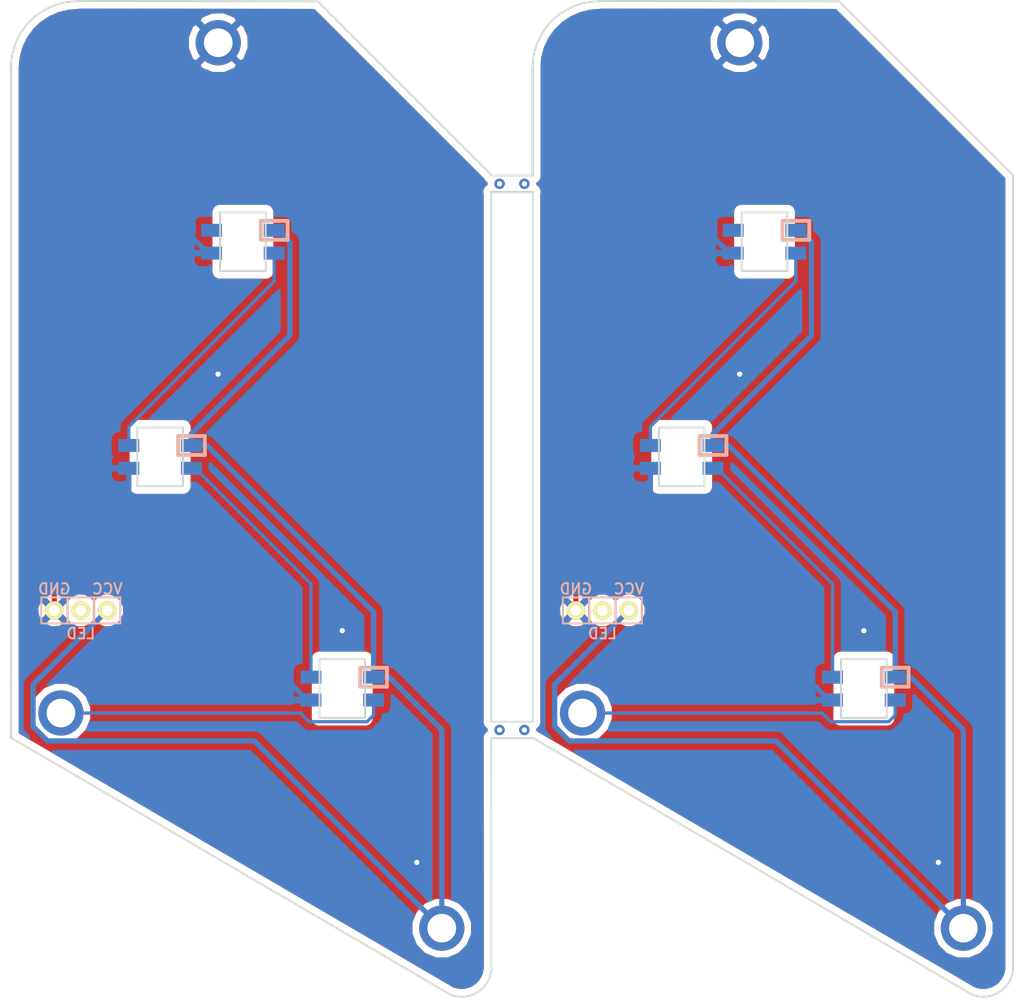
<source format=kicad_pcb>
(kicad_pcb (version 20171130) (host pcbnew 5.0.2-bee76a0~70~ubuntu18.04.1)

  (general
    (thickness 1.6)
    (drawings 22)
    (tracks 96)
    (zones 0)
    (modules 18)
    (nets 7)
  )

  (page A4)
  (layers
    (0 F.Cu signal)
    (31 B.Cu signal)
    (32 B.Adhes user)
    (33 F.Adhes user)
    (34 B.Paste user)
    (35 F.Paste user)
    (36 B.SilkS user)
    (37 F.SilkS user)
    (38 B.Mask user)
    (39 F.Mask user hide)
    (40 Dwgs.User user)
    (41 Cmts.User user)
    (42 Eco1.User user)
    (43 Eco2.User user)
    (44 Edge.Cuts user)
    (45 Margin user)
    (46 B.CrtYd user)
    (47 F.CrtYd user)
    (48 B.Fab user)
    (49 F.Fab user)
  )

  (setup
    (last_trace_width 0.25)
    (trace_clearance 0.2)
    (zone_clearance 0.508)
    (zone_45_only no)
    (trace_min 0.2)
    (segment_width 0.2)
    (edge_width 0.15)
    (via_size 0.8)
    (via_drill 0.4)
    (via_min_size 0.4)
    (via_min_drill 0.3)
    (uvia_size 0.3)
    (uvia_drill 0.1)
    (uvias_allowed no)
    (uvia_min_size 0.2)
    (uvia_min_drill 0.1)
    (pcb_text_width 0.3)
    (pcb_text_size 1.5 1.5)
    (mod_edge_width 0.15)
    (mod_text_size 1 1)
    (mod_text_width 0.15)
    (pad_size 1.397 1.397)
    (pad_drill 0.8128)
    (pad_to_mask_clearance 0.051)
    (solder_mask_min_width 0.25)
    (aux_axis_origin 0 0)
    (grid_origin 135.255 20.955)
    (visible_elements FFFFFFFF)
    (pcbplotparams
      (layerselection 0x010fc_ffffffff)
      (usegerberextensions true)
      (usegerberattributes false)
      (usegerberadvancedattributes false)
      (creategerberjobfile false)
      (excludeedgelayer true)
      (linewidth 0.100000)
      (plotframeref false)
      (viasonmask false)
      (mode 1)
      (useauxorigin false)
      (hpglpennumber 1)
      (hpglpenspeed 20)
      (hpglpendiameter 15.000000)
      (psnegative false)
      (psa4output false)
      (plotreference true)
      (plotvalue true)
      (plotinvisibletext false)
      (padsonsilk false)
      (subtractmaskfromsilk false)
      (outputformat 1)
      (mirror false)
      (drillshape 0)
      (scaleselection 1)
      (outputdirectory "gerber"))
  )

  (net 0 "")
  (net 1 VCC)
  (net 2 LED)
  (net 3 "Net-(L1-Pad1)")
  (net 4 GND)
  (net 5 "Net-(L2-Pad1)")
  (net 6 "Net-(L3-Pad1)")

  (net_class Default "これはデフォルトのネット クラスです。"
    (clearance 0.2)
    (trace_width 0.25)
    (via_dia 0.8)
    (via_drill 0.4)
    (uvia_dia 0.3)
    (uvia_drill 0.1)
    (add_net LED)
    (add_net "Net-(L1-Pad1)")
    (add_net "Net-(L2-Pad1)")
    (add_net "Net-(L3-Pad1)")
  )

  (net_class POWER ""
    (clearance 0.2)
    (trace_width 0.4)
    (via_dia 0.8)
    (via_drill 0.4)
    (uvia_dia 0.3)
    (uvia_drill 0.1)
    (add_net GND)
    (add_net VCC)
  )

  (module keebio_parts:SolidCopper (layer B.Cu) (tedit 5D011483) (tstamp 5D03CFD7)
    (at 93.358213 92.04573 180)
    (descr "Mounting Hole 2.2mm, M2")
    (tags "mounting hole 2.2mm m2")
    (path /5CF4ED45)
    (fp_text reference J4 (at 0 3.2 180) (layer B.SilkS) hide
      (effects (font (size 1 1) (thickness 0.15)) (justify mirror))
    )
    (fp_text value Conn_01x01 (at 0 1.905 180) (layer B.Fab)
      (effects (font (size 1 1) (thickness 0.15)) (justify mirror))
    )
    (fp_circle (center 0 0) (end 2.45 0) (layer B.CrtYd) (width 0.05))
    (fp_circle (center 0 0) (end 2.2 0) (layer Cmts.User) (width 0.15))
    (pad 1 thru_hole circle (at 0 0 180) (size 3.47 3.47) (drill 2.2) (layers *.Cu *.Mask)
      (net 1 VCC))
  )

  (module kbd:SK6812MINI (layer F.Cu) (tedit 5D010600) (tstamp 5D03CFAB)
    (at 78.105 39.37)
    (path /5CEE2FA1)
    (fp_text reference L3 (at 0 -2.5) (layer F.SilkS) hide
      (effects (font (size 1 1) (thickness 0.15)))
    )
    (fp_text value SK6812MINI (at -0.3 0) (layer F.Fab) hide
      (effects (font (size 1 1) (thickness 0.15)))
    )
    (fp_line (start 1.38 -1.6) (end 3.43 -1.6) (layer B.SilkS) (width 0.3))
    (fp_line (start 1.38 -0.15) (end 1.38 -1.6) (layer B.SilkS) (width 0.3))
    (fp_line (start 3.43 -0.15) (end 1.38 -0.15) (layer B.SilkS) (width 0.3))
    (fp_line (start 3.43 -1.6) (end 3.43 -0.15) (layer B.SilkS) (width 0.3))
    (fp_line (start 1.75 2.25) (end -1.75 2.25) (layer Edge.Cuts) (width 0.15))
    (fp_line (start -1.75 -2.25) (end 1.75 -2.25) (layer Edge.Cuts) (width 0.15))
    (fp_line (start 1.75 -2.25) (end 1.75 2.25) (layer Edge.Cuts) (width 0.15))
    (fp_line (start -1.75 -2.25) (end -1.75 2.25) (layer Edge.Cuts) (width 0.15))
    (pad 3 smd rect (at 2.4 0.875) (size 1.6 1) (layers B.Cu B.Paste B.Mask)
      (net 5 "Net-(L2-Pad1)"))
    (pad 4 smd rect (at 2.4 -0.875) (size 1.6 1) (layers B.Cu B.Paste B.Mask)
      (net 1 VCC))
    (pad 1 smd rect (at -2.4 -0.875) (size 1.6 1) (layers B.Cu B.Paste B.Mask)
      (net 6 "Net-(L3-Pad1)"))
    (pad 2 smd rect (at -2.4 0.875) (size 1.6 1) (layers B.Cu B.Paste B.Mask)
      (net 4 GND))
  )

  (module kbd:SK6812MINI (layer F.Cu) (tedit 5D010600) (tstamp 5D03CF9C)
    (at 71.755 55.88)
    (path /5CEE27B9)
    (fp_text reference L2 (at 0 -2.5) (layer F.SilkS) hide
      (effects (font (size 1 1) (thickness 0.15)))
    )
    (fp_text value SK6812MINI (at -0.3 0) (layer F.Fab) hide
      (effects (font (size 1 1) (thickness 0.15)))
    )
    (fp_line (start 1.38 -1.6) (end 3.43 -1.6) (layer B.SilkS) (width 0.3))
    (fp_line (start 1.38 -0.15) (end 1.38 -1.6) (layer B.SilkS) (width 0.3))
    (fp_line (start 3.43 -0.15) (end 1.38 -0.15) (layer B.SilkS) (width 0.3))
    (fp_line (start 3.43 -1.6) (end 3.43 -0.15) (layer B.SilkS) (width 0.3))
    (fp_line (start 1.75 2.25) (end -1.75 2.25) (layer Edge.Cuts) (width 0.15))
    (fp_line (start -1.75 -2.25) (end 1.75 -2.25) (layer Edge.Cuts) (width 0.15))
    (fp_line (start 1.75 -2.25) (end 1.75 2.25) (layer Edge.Cuts) (width 0.15))
    (fp_line (start -1.75 -2.25) (end -1.75 2.25) (layer Edge.Cuts) (width 0.15))
    (pad 3 smd rect (at 2.4 0.875) (size 1.6 1) (layers B.Cu B.Paste B.Mask)
      (net 3 "Net-(L1-Pad1)"))
    (pad 4 smd rect (at 2.4 -0.875) (size 1.6 1) (layers B.Cu B.Paste B.Mask)
      (net 1 VCC))
    (pad 1 smd rect (at -2.4 -0.875) (size 1.6 1) (layers B.Cu B.Paste B.Mask)
      (net 5 "Net-(L2-Pad1)"))
    (pad 2 smd rect (at -2.4 0.875) (size 1.6 1) (layers B.Cu B.Paste B.Mask)
      (net 4 GND))
  )

  (module kbd:SK6812MINI (layer F.Cu) (tedit 5D01150F) (tstamp 5D03CF8D)
    (at 85.725 73.66)
    (path /5CEE264F)
    (fp_text reference L1 (at 0 -2.5) (layer F.SilkS) hide
      (effects (font (size 1 1) (thickness 0.15)))
    )
    (fp_text value SK6812MINI (at -0.3 0) (layer F.Fab) hide
      (effects (font (size 1 1) (thickness 0.15)))
    )
    (fp_line (start 1.38 -1.6) (end 3.43 -1.6) (layer B.SilkS) (width 0.3))
    (fp_line (start 1.38 -0.15) (end 1.38 -1.6) (layer B.SilkS) (width 0.3))
    (fp_line (start 3.43 -0.15) (end 1.38 -0.15) (layer B.SilkS) (width 0.3))
    (fp_line (start 3.43 -1.6) (end 3.43 -0.15) (layer B.SilkS) (width 0.3))
    (fp_line (start 1.75 2.25) (end -1.75 2.25) (layer Edge.Cuts) (width 0.15))
    (fp_line (start -1.75 -2.25) (end 1.75 -2.25) (layer Edge.Cuts) (width 0.15))
    (fp_line (start 1.75 -2.25) (end 1.75 2.25) (layer Edge.Cuts) (width 0.15))
    (fp_line (start -1.75 -2.25) (end -1.75 2.25) (layer Edge.Cuts) (width 0.15))
    (pad 3 smd rect (at 2.4 0.875) (size 1.6 1) (layers B.Cu B.Paste B.Mask)
      (net 2 LED))
    (pad 4 smd rect (at 2.4 -0.875) (size 1.6 1) (layers B.Cu B.Paste B.Mask)
      (net 1 VCC))
    (pad 1 smd rect (at -2.4 -0.875) (size 1.6 1) (layers B.Cu B.Paste B.Mask)
      (net 3 "Net-(L1-Pad1)"))
    (pad 2 smd rect (at -2.4 0.875) (size 1.6 1) (layers B.Cu B.Paste B.Mask)
      (net 4 GND))
  )

  (module keebio_parts:SolidCopper (layer B.Cu) (tedit 5D011495) (tstamp 5D03CF7F)
    (at 76.213213 24.10073 180)
    (descr "Mounting Hole 2.2mm, M2")
    (tags "mounting hole 2.2mm m2")
    (path /5CF48BCC)
    (fp_text reference J5 (at 0 3.2 180) (layer B.SilkS) hide
      (effects (font (size 1 1) (thickness 0.15)) (justify mirror))
    )
    (fp_text value Conn_01x01 (at 0 -3.2 180) (layer B.Fab)
      (effects (font (size 1 1) (thickness 0.15)) (justify mirror))
    )
    (fp_circle (center 0 0) (end 2.45 0) (layer B.CrtYd) (width 0.05))
    (fp_circle (center 0 0) (end 2.2 0) (layer Cmts.User) (width 0.15))
    (pad 1 thru_hole circle (at 0 0 180) (size 3.47 3.47) (drill 2.2) (layers *.Cu *.Mask)
      (net 4 GND))
  )

  (module keebio_parts:SolidCopper (layer B.Cu) (tedit 5D01148D) (tstamp 5D03CF79)
    (at 64.148213 75.53573 180)
    (descr "Mounting Hole 2.2mm, M2")
    (tags "mounting hole 2.2mm m2")
    (path /5CF2363A)
    (fp_text reference J3 (at 0 3.2 180) (layer B.SilkS) hide
      (effects (font (size 1 1) (thickness 0.15)) (justify mirror))
    )
    (fp_text value Conn_01x01 (at 0 -3.2 180) (layer B.Fab)
      (effects (font (size 1 1) (thickness 0.15)) (justify mirror))
    )
    (fp_circle (center 0 0) (end 2.2 0) (layer Cmts.User) (width 0.15))
    (fp_circle (center 0 0) (end 2.45 0) (layer B.CrtYd) (width 0.05))
    (pad "" thru_hole circle (at 0 0 180) (size 3.47 3.47) (drill 2.2) (layers *.Cu *.Mask)
      (net 2 LED))
  )

  (module kbd:1pin_conn_back (layer F.Cu) (tedit 5D0114AE) (tstamp 5D03CF62)
    (at 65.672213 67.66173 180)
    (descr "Resitance 3 pas")
    (tags R)
    (autoplace_cost180 10)
    (fp_text reference LED (at 0 -1.778) (layer B.SilkS)
      (effects (font (size 0.8128 0.8128) (thickness 0.15)) (justify mirror))
    )
    (fp_text value Val** (at 0 -1.4605 180) (layer F.Fab) hide
      (effects (font (size 0.5 0.5) (thickness 0.125)))
    )
    (fp_line (start -1 -1) (end 1 -1) (layer B.SilkS) (width 0.15))
    (fp_line (start 1 -1) (end 1 1) (layer B.SilkS) (width 0.15))
    (fp_line (start 1 1) (end -1 1) (layer B.SilkS) (width 0.15))
    (fp_line (start -1 1) (end -1 -1) (layer B.SilkS) (width 0.15))
    (pad 1 thru_hole circle (at 0 0 180) (size 1.397 1.397) (drill 0.8128) (layers *.Cu *.Mask F.SilkS)
      (net 2 LED))
    (model discret/resistor.wrl
      (at (xyz 0 0 0))
      (scale (xyz 0.3 0.3 0.3))
      (rotate (xyz 0 0 0))
    )
    (model Resistors_ThroughHole.3dshapes/Resistor_Horizontal_RM10mm.wrl
      (at (xyz 0 0 0))
      (scale (xyz 0.2 0.2 0.2))
      (rotate (xyz 0 0 0))
    )
  )

  (module kbd:1pin_conn_back (layer F.Cu) (tedit 5D0114B5) (tstamp 5D03CF5A)
    (at 67.704213 67.66173 180)
    (descr "Resitance 3 pas")
    (tags R)
    (autoplace_cost180 10)
    (fp_text reference VCC (at 0 1.651) (layer B.SilkS)
      (effects (font (size 0.8128 0.8128) (thickness 0.15)) (justify mirror))
    )
    (fp_text value Val** (at 0 -1.4605 180) (layer F.Fab) hide
      (effects (font (size 0.5 0.5) (thickness 0.125)))
    )
    (fp_line (start -1 -1) (end 1 -1) (layer B.SilkS) (width 0.15))
    (fp_line (start 1 -1) (end 1 1) (layer B.SilkS) (width 0.15))
    (fp_line (start 1 1) (end -1 1) (layer B.SilkS) (width 0.15))
    (fp_line (start -1 1) (end -1 -1) (layer B.SilkS) (width 0.15))
    (pad 1 thru_hole circle (at 0 0 180) (size 1.397 1.397) (drill 0.8128) (layers *.Cu *.Mask F.SilkS)
      (net 1 VCC))
    (model discret/resistor.wrl
      (at (xyz 0 0 0))
      (scale (xyz 0.3 0.3 0.3))
      (rotate (xyz 0 0 0))
    )
    (model Resistors_ThroughHole.3dshapes/Resistor_Horizontal_RM10mm.wrl
      (at (xyz 0 0 0))
      (scale (xyz 0.2 0.2 0.2))
      (rotate (xyz 0 0 0))
    )
  )

  (module kbd:1pin_conn_back (layer F.Cu) (tedit 5D0114A8) (tstamp 5D03CF52)
    (at 63.640213 67.66173 180)
    (descr "Resitance 3 pas")
    (tags R)
    (autoplace_cost180 10)
    (fp_text reference GND (at 0 1.651) (layer B.SilkS)
      (effects (font (size 0.8128 0.8128) (thickness 0.15)) (justify mirror))
    )
    (fp_text value Val** (at 0 -1.4605 180) (layer F.Fab) hide
      (effects (font (size 0.5 0.5) (thickness 0.125)))
    )
    (fp_line (start -1 -1) (end 1 -1) (layer B.SilkS) (width 0.15))
    (fp_line (start 1 -1) (end 1 1) (layer B.SilkS) (width 0.15))
    (fp_line (start 1 1) (end -1 1) (layer B.SilkS) (width 0.15))
    (fp_line (start -1 1) (end -1 -1) (layer B.SilkS) (width 0.15))
    (pad 1 thru_hole circle (at 0 0 180) (size 1.397 1.397) (drill 0.8128) (layers *.Cu *.Mask F.SilkS)
      (net 4 GND))
    (model discret/resistor.wrl
      (at (xyz 0 0 0))
      (scale (xyz 0.3 0.3 0.3))
      (rotate (xyz 0 0 0))
    )
    (model Resistors_ThroughHole.3dshapes/Resistor_Horizontal_RM10mm.wrl
      (at (xyz 0 0 0))
      (scale (xyz 0.2 0.2 0.2))
      (rotate (xyz 0 0 0))
    )
  )

  (module kbd:SK6812MINI (layer F.Cu) (tedit 5D010600) (tstamp 5D04C00C)
    (at 118.11 39.37)
    (path /5CEE2FA1)
    (fp_text reference L3 (at 0 -2.5) (layer F.SilkS) hide
      (effects (font (size 1 1) (thickness 0.15)))
    )
    (fp_text value SK6812MINI (at -0.3 0) (layer F.Fab) hide
      (effects (font (size 1 1) (thickness 0.15)))
    )
    (fp_line (start -1.75 -2.25) (end -1.75 2.25) (layer Edge.Cuts) (width 0.15))
    (fp_line (start 1.75 -2.25) (end 1.75 2.25) (layer Edge.Cuts) (width 0.15))
    (fp_line (start -1.75 -2.25) (end 1.75 -2.25) (layer Edge.Cuts) (width 0.15))
    (fp_line (start 1.75 2.25) (end -1.75 2.25) (layer Edge.Cuts) (width 0.15))
    (fp_line (start 3.43 -1.6) (end 3.43 -0.15) (layer B.SilkS) (width 0.3))
    (fp_line (start 3.43 -0.15) (end 1.38 -0.15) (layer B.SilkS) (width 0.3))
    (fp_line (start 1.38 -0.15) (end 1.38 -1.6) (layer B.SilkS) (width 0.3))
    (fp_line (start 1.38 -1.6) (end 3.43 -1.6) (layer B.SilkS) (width 0.3))
    (pad 2 smd rect (at -2.4 0.875) (size 1.6 1) (layers B.Cu B.Paste B.Mask)
      (net 4 GND))
    (pad 1 smd rect (at -2.4 -0.875) (size 1.6 1) (layers B.Cu B.Paste B.Mask)
      (net 6 "Net-(L3-Pad1)"))
    (pad 4 smd rect (at 2.4 -0.875) (size 1.6 1) (layers B.Cu B.Paste B.Mask)
      (net 1 VCC))
    (pad 3 smd rect (at 2.4 0.875) (size 1.6 1) (layers B.Cu B.Paste B.Mask)
      (net 5 "Net-(L2-Pad1)"))
  )

  (module kbd:SK6812MINI (layer F.Cu) (tedit 5D010600) (tstamp 5D04BFE7)
    (at 111.76 55.88)
    (path /5CEE27B9)
    (fp_text reference L2 (at 0 -2.5) (layer F.SilkS) hide
      (effects (font (size 1 1) (thickness 0.15)))
    )
    (fp_text value SK6812MINI (at -0.3 0) (layer F.Fab) hide
      (effects (font (size 1 1) (thickness 0.15)))
    )
    (fp_line (start -1.75 -2.25) (end -1.75 2.25) (layer Edge.Cuts) (width 0.15))
    (fp_line (start 1.75 -2.25) (end 1.75 2.25) (layer Edge.Cuts) (width 0.15))
    (fp_line (start -1.75 -2.25) (end 1.75 -2.25) (layer Edge.Cuts) (width 0.15))
    (fp_line (start 1.75 2.25) (end -1.75 2.25) (layer Edge.Cuts) (width 0.15))
    (fp_line (start 3.43 -1.6) (end 3.43 -0.15) (layer B.SilkS) (width 0.3))
    (fp_line (start 3.43 -0.15) (end 1.38 -0.15) (layer B.SilkS) (width 0.3))
    (fp_line (start 1.38 -0.15) (end 1.38 -1.6) (layer B.SilkS) (width 0.3))
    (fp_line (start 1.38 -1.6) (end 3.43 -1.6) (layer B.SilkS) (width 0.3))
    (pad 2 smd rect (at -2.4 0.875) (size 1.6 1) (layers B.Cu B.Paste B.Mask)
      (net 4 GND))
    (pad 1 smd rect (at -2.4 -0.875) (size 1.6 1) (layers B.Cu B.Paste B.Mask)
      (net 5 "Net-(L2-Pad1)"))
    (pad 4 smd rect (at 2.4 -0.875) (size 1.6 1) (layers B.Cu B.Paste B.Mask)
      (net 1 VCC))
    (pad 3 smd rect (at 2.4 0.875) (size 1.6 1) (layers B.Cu B.Paste B.Mask)
      (net 3 "Net-(L1-Pad1)"))
  )

  (module kbd:SK6812MINI (layer F.Cu) (tedit 5D01150F) (tstamp 5D04BFA1)
    (at 125.73 73.66)
    (path /5CEE264F)
    (fp_text reference L1 (at 0 -2.5) (layer F.SilkS) hide
      (effects (font (size 1 1) (thickness 0.15)))
    )
    (fp_text value SK6812MINI (at -0.3 0) (layer F.Fab) hide
      (effects (font (size 1 1) (thickness 0.15)))
    )
    (fp_line (start -1.75 -2.25) (end -1.75 2.25) (layer Edge.Cuts) (width 0.15))
    (fp_line (start 1.75 -2.25) (end 1.75 2.25) (layer Edge.Cuts) (width 0.15))
    (fp_line (start -1.75 -2.25) (end 1.75 -2.25) (layer Edge.Cuts) (width 0.15))
    (fp_line (start 1.75 2.25) (end -1.75 2.25) (layer Edge.Cuts) (width 0.15))
    (fp_line (start 3.43 -1.6) (end 3.43 -0.15) (layer B.SilkS) (width 0.3))
    (fp_line (start 3.43 -0.15) (end 1.38 -0.15) (layer B.SilkS) (width 0.3))
    (fp_line (start 1.38 -0.15) (end 1.38 -1.6) (layer B.SilkS) (width 0.3))
    (fp_line (start 1.38 -1.6) (end 3.43 -1.6) (layer B.SilkS) (width 0.3))
    (pad 2 smd rect (at -2.4 0.875) (size 1.6 1) (layers B.Cu B.Paste B.Mask)
      (net 4 GND))
    (pad 1 smd rect (at -2.4 -0.875) (size 1.6 1) (layers B.Cu B.Paste B.Mask)
      (net 3 "Net-(L1-Pad1)"))
    (pad 4 smd rect (at 2.4 -0.875) (size 1.6 1) (layers B.Cu B.Paste B.Mask)
      (net 1 VCC))
    (pad 3 smd rect (at 2.4 0.875) (size 1.6 1) (layers B.Cu B.Paste B.Mask)
      (net 2 LED))
  )

  (module kbd:1pin_conn_back (layer F.Cu) (tedit 5D0114AE) (tstamp 5D04B3AA)
    (at 105.677213 67.66173 180)
    (descr "Resitance 3 pas")
    (tags R)
    (autoplace_cost180 10)
    (fp_text reference LED (at 0 -1.778) (layer B.SilkS)
      (effects (font (size 0.8128 0.8128) (thickness 0.15)) (justify mirror))
    )
    (fp_text value Val** (at 0 -1.4605 180) (layer F.Fab) hide
      (effects (font (size 0.5 0.5) (thickness 0.125)))
    )
    (fp_line (start -1 1) (end -1 -1) (layer B.SilkS) (width 0.15))
    (fp_line (start 1 1) (end -1 1) (layer B.SilkS) (width 0.15))
    (fp_line (start 1 -1) (end 1 1) (layer B.SilkS) (width 0.15))
    (fp_line (start -1 -1) (end 1 -1) (layer B.SilkS) (width 0.15))
    (pad 1 thru_hole circle (at 0 0 180) (size 1.397 1.397) (drill 0.8128) (layers *.Cu *.Mask F.SilkS)
      (net 2 LED))
    (model discret/resistor.wrl
      (at (xyz 0 0 0))
      (scale (xyz 0.3 0.3 0.3))
      (rotate (xyz 0 0 0))
    )
    (model Resistors_ThroughHole.3dshapes/Resistor_Horizontal_RM10mm.wrl
      (at (xyz 0 0 0))
      (scale (xyz 0.2 0.2 0.2))
      (rotate (xyz 0 0 0))
    )
  )

  (module kbd:1pin_conn_back (layer F.Cu) (tedit 5D0114B5) (tstamp 5D04B36C)
    (at 107.709213 67.66173 180)
    (descr "Resitance 3 pas")
    (tags R)
    (autoplace_cost180 10)
    (fp_text reference VCC (at 0 1.651) (layer B.SilkS)
      (effects (font (size 0.8128 0.8128) (thickness 0.15)) (justify mirror))
    )
    (fp_text value Val** (at 0 -1.4605 180) (layer F.Fab) hide
      (effects (font (size 0.5 0.5) (thickness 0.125)))
    )
    (fp_line (start -1 1) (end -1 -1) (layer B.SilkS) (width 0.15))
    (fp_line (start 1 1) (end -1 1) (layer B.SilkS) (width 0.15))
    (fp_line (start 1 -1) (end 1 1) (layer B.SilkS) (width 0.15))
    (fp_line (start -1 -1) (end 1 -1) (layer B.SilkS) (width 0.15))
    (pad 1 thru_hole circle (at 0 0 180) (size 1.397 1.397) (drill 0.8128) (layers *.Cu *.Mask F.SilkS)
      (net 1 VCC))
    (model discret/resistor.wrl
      (at (xyz 0 0 0))
      (scale (xyz 0.3 0.3 0.3))
      (rotate (xyz 0 0 0))
    )
    (model Resistors_ThroughHole.3dshapes/Resistor_Horizontal_RM10mm.wrl
      (at (xyz 0 0 0))
      (scale (xyz 0.2 0.2 0.2))
      (rotate (xyz 0 0 0))
    )
  )

  (module kbd:1pin_conn_back (layer F.Cu) (tedit 5D0114A8) (tstamp 5D04B364)
    (at 103.645213 67.66173 180)
    (descr "Resitance 3 pas")
    (tags R)
    (autoplace_cost180 10)
    (fp_text reference GND (at 0 1.651) (layer B.SilkS)
      (effects (font (size 0.8128 0.8128) (thickness 0.15)) (justify mirror))
    )
    (fp_text value Val** (at 0 -1.4605 180) (layer F.Fab) hide
      (effects (font (size 0.5 0.5) (thickness 0.125)))
    )
    (fp_line (start -1 1) (end -1 -1) (layer B.SilkS) (width 0.15))
    (fp_line (start 1 1) (end -1 1) (layer B.SilkS) (width 0.15))
    (fp_line (start 1 -1) (end 1 1) (layer B.SilkS) (width 0.15))
    (fp_line (start -1 -1) (end 1 -1) (layer B.SilkS) (width 0.15))
    (pad 1 thru_hole circle (at 0 0 180) (size 1.397 1.397) (drill 0.8128) (layers *.Cu *.Mask F.SilkS)
      (net 4 GND))
    (model discret/resistor.wrl
      (at (xyz 0 0 0))
      (scale (xyz 0.3 0.3 0.3))
      (rotate (xyz 0 0 0))
    )
    (model Resistors_ThroughHole.3dshapes/Resistor_Horizontal_RM10mm.wrl
      (at (xyz 0 0 0))
      (scale (xyz 0.2 0.2 0.2))
      (rotate (xyz 0 0 0))
    )
  )

  (module keebio_parts:SolidCopper (layer B.Cu) (tedit 5D011483) (tstamp 5D04B341)
    (at 133.363213 92.04573 180)
    (descr "Mounting Hole 2.2mm, M2")
    (tags "mounting hole 2.2mm m2")
    (path /5CF4ED45)
    (fp_text reference J4 (at 0 3.2 180) (layer B.SilkS) hide
      (effects (font (size 1 1) (thickness 0.15)) (justify mirror))
    )
    (fp_text value Conn_01x01 (at 0 1.905 180) (layer B.Fab)
      (effects (font (size 1 1) (thickness 0.15)) (justify mirror))
    )
    (fp_circle (center 0 0) (end 2.2 0) (layer Cmts.User) (width 0.15))
    (fp_circle (center 0 0) (end 2.45 0) (layer B.CrtYd) (width 0.05))
    (pad 1 thru_hole circle (at 0 0 180) (size 3.47 3.47) (drill 2.2) (layers *.Cu *.Mask)
      (net 1 VCC))
  )

  (module keebio_parts:SolidCopper (layer B.Cu) (tedit 5D011495) (tstamp 5D04B33A)
    (at 116.218213 24.10073 180)
    (descr "Mounting Hole 2.2mm, M2")
    (tags "mounting hole 2.2mm m2")
    (path /5CF48BCC)
    (fp_text reference J5 (at 0 3.2 180) (layer B.SilkS) hide
      (effects (font (size 1 1) (thickness 0.15)) (justify mirror))
    )
    (fp_text value Conn_01x01 (at 0 -3.2 180) (layer B.Fab)
      (effects (font (size 1 1) (thickness 0.15)) (justify mirror))
    )
    (fp_circle (center 0 0) (end 2.2 0) (layer Cmts.User) (width 0.15))
    (fp_circle (center 0 0) (end 2.45 0) (layer B.CrtYd) (width 0.05))
    (pad 1 thru_hole circle (at 0 0 180) (size 3.47 3.47) (drill 2.2) (layers *.Cu *.Mask)
      (net 4 GND))
  )

  (module keebio_parts:SolidCopper (layer B.Cu) (tedit 5D01148D) (tstamp 5D04B32E)
    (at 104.153213 75.53573 180)
    (descr "Mounting Hole 2.2mm, M2")
    (tags "mounting hole 2.2mm m2")
    (path /5CF2363A)
    (fp_text reference J3 (at 0 3.2 180) (layer B.SilkS) hide
      (effects (font (size 1 1) (thickness 0.15)) (justify mirror))
    )
    (fp_text value Conn_01x01 (at 0 -3.2 180) (layer B.Fab)
      (effects (font (size 1 1) (thickness 0.15)) (justify mirror))
    )
    (fp_circle (center 0 0) (end 2.45 0) (layer B.CrtYd) (width 0.05))
    (fp_circle (center 0 0) (end 2.2 0) (layer Cmts.User) (width 0.15))
    (pad "" thru_hole circle (at 0 0 180) (size 3.47 3.47) (drill 2.2) (layers *.Cu *.Mask)
      (net 2 LED))
  )

  (gr_poly (pts (xy 60.325 77.47) (xy 60.325 20.955) (xy 83.82 20.955) (xy 97.155 34.29) (xy 97.155 99.06)) (layer F.Mask) (width 0.15) (tstamp 5D03D1C8))
  (gr_line (start 97.155 35.56) (end 97.155 76.2) (layer Edge.Cuts) (width 0.15) (tstamp 5D03D0B4))
  (gr_line (start 97.168213 95.22073) (end 97.155 77.47) (layer Edge.Cuts) (width 0.15) (tstamp 5D03CF6F))
  (gr_line (start 60.325 77.47) (end 60.325 26.035) (layer Edge.Cuts) (width 0.15) (tstamp 5D03CF6E))
  (gr_line (start 65.418213 20.89646) (end 83.833213 20.92573) (layer Edge.Cuts) (width 0.15) (tstamp 5D03CF6D))
  (gr_arc (start 65.405 26.00573) (end 60.325 26.00573) (angle 90) (layer Edge.Cuts) (width 0.15) (tstamp 5D03CF6C))
  (gr_line (start 97.168213 34.26073) (end 83.833213 20.92573) (layer Edge.Cuts) (width 0.15) (tstamp 5D03CF6B))
  (gr_line (start 93.993213 97.12573) (end 60.338213 77.44073) (layer Edge.Cuts) (width 0.15) (tstamp 5D03CF6A))
  (gr_arc (start 94.877786 95.005776) (end 97.168213 95.22073) (angle 107.2874165) (layer Edge.Cuts) (width 0.15) (tstamp 5D03CF51))
  (gr_poly (pts (xy 100.33 77.47) (xy 100.33 20.955) (xy 123.825 20.955) (xy 137.16 34.29) (xy 137.16 99.06)) (layer F.Mask) (width 0.15))
  (gr_line (start 97.155 76.2) (end 100.33 76.2) (layer Edge.Cuts) (width 0.15))
  (gr_line (start 100.33 77.47) (end 97.155 77.47) (layer Edge.Cuts) (width 0.15))
  (gr_line (start 100.33 35.56) (end 97.155 35.56) (layer Edge.Cuts) (width 0.2))
  (gr_line (start 100.33 34.29) (end 100.33 26.035) (layer Edge.Cuts) (width 0.2))
  (gr_arc (start 134.882786 95.005776) (end 137.173213 95.22073) (angle 107.2874165) (layer Edge.Cuts) (width 0.15) (tstamp 5D04B3BB))
  (gr_line (start 133.998213 97.12573) (end 100.343213 77.44073) (layer Edge.Cuts) (width 0.15) (tstamp 5D04B35A))
  (gr_line (start 137.173213 34.26073) (end 123.838213 20.92573) (layer Edge.Cuts) (width 0.15) (tstamp 5D04B348))
  (gr_arc (start 105.41 26.00573) (end 100.33 26.00573) (angle 90) (layer Edge.Cuts) (width 0.15) (tstamp 5D04B339))
  (gr_line (start 105.423213 20.89646) (end 123.838213 20.92573) (layer Edge.Cuts) (width 0.15) (tstamp 5D04B337))
  (gr_line (start 100.33 76.2) (end 100.33 35.56) (layer Edge.Cuts) (width 0.15) (tstamp 5D04B336))
  (gr_line (start 137.173213 95.22073) (end 137.173213 34.26073) (layer Edge.Cuts) (width 0.15) (tstamp 5D04B32B))
  (gr_line (start 97.155 34.29) (end 100.33 34.29) (layer Edge.Cuts) (width 0.15))

  (via (at 97.79 76.835) (size 0.8) (drill 0.4) (layers F.Cu B.Cu) (net 0))
  (via (at 99.695 76.835) (size 0.8) (drill 0.4) (layers F.Cu B.Cu) (net 0))
  (via (at 97.79 34.925) (size 0.8) (drill 0.4) (layers F.Cu B.Cu) (net 0))
  (via (at 99.695 34.925) (size 0.8) (drill 0.4) (layers F.Cu B.Cu) (net 0))
  (segment (start 114.16 54.105) (end 114.16 55.005) (width 0.4) (layer B.Cu) (net 1))
  (segment (start 120.51 38.495) (end 120.81 38.495) (width 0.4) (layer B.Cu) (net 1))
  (segment (start 120.81 38.495) (end 121.710001 39.395001) (width 0.4) (layer B.Cu) (net 1))
  (segment (start 121.710001 39.395001) (end 121.710001 46.554999) (width 0.4) (layer B.Cu) (net 1))
  (segment (start 121.710001 46.554999) (end 114.16 54.105) (width 0.4) (layer B.Cu) (net 1))
  (segment (start 129.33 72.785) (end 133.363213 76.818213) (width 0.4) (layer B.Cu) (net 1))
  (segment (start 133.363213 89.59207) (end 133.363213 92.04573) (width 0.4) (layer B.Cu) (net 1))
  (segment (start 133.363213 76.818213) (end 133.363213 89.59207) (width 0.4) (layer B.Cu) (net 1))
  (segment (start 128.13 72.785) (end 129.33 72.785) (width 0.4) (layer B.Cu) (net 1))
  (segment (start 114.16 55.005) (end 115.36 55.005) (width 0.4) (layer B.Cu) (net 1))
  (segment (start 128.13 71.885) (end 128.13 72.785) (width 0.4) (layer B.Cu) (net 1))
  (segment (start 115.36 55.005) (end 128.13 67.775) (width 0.4) (layer B.Cu) (net 1))
  (segment (start 128.13 67.775) (end 128.13 71.885) (width 0.4) (layer B.Cu) (net 1))
  (segment (start 107.010714 68.360229) (end 107.709213 67.66173) (width 0.4) (layer B.Cu) (net 1))
  (segment (start 102.018212 73.352731) (end 107.010714 68.360229) (width 0.4) (layer B.Cu) (net 1))
  (segment (start 102.018212 76.560531) (end 102.018212 73.352731) (width 0.4) (layer B.Cu) (net 1))
  (segment (start 103.128412 77.670731) (end 102.018212 76.560531) (width 0.4) (layer B.Cu) (net 1))
  (segment (start 118.988214 77.670731) (end 103.128412 77.670731) (width 0.4) (layer B.Cu) (net 1))
  (segment (start 133.363213 92.04573) (end 118.988214 77.670731) (width 0.4) (layer B.Cu) (net 1))
  (segment (start 74.155 54.105) (end 74.155 55.005) (width 0.4) (layer B.Cu) (net 1) (tstamp 5D03CF78))
  (segment (start 62.013212 76.560531) (end 62.013212 73.352731) (width 0.4) (layer B.Cu) (net 1) (tstamp 5D03CF85))
  (segment (start 63.123412 77.670731) (end 62.013212 76.560531) (width 0.4) (layer B.Cu) (net 1) (tstamp 5D03CF86))
  (segment (start 78.983214 77.670731) (end 63.123412 77.670731) (width 0.4) (layer B.Cu) (net 1) (tstamp 5D03CF87))
  (segment (start 93.358213 92.04573) (end 78.983214 77.670731) (width 0.4) (layer B.Cu) (net 1) (tstamp 5D03CF88))
  (segment (start 80.505 38.495) (end 80.805 38.495) (width 0.4) (layer B.Cu) (net 1) (tstamp 5D03CFBA))
  (segment (start 80.805 38.495) (end 81.705001 39.395001) (width 0.4) (layer B.Cu) (net 1) (tstamp 5D03CFBB))
  (segment (start 81.705001 39.395001) (end 81.705001 46.554999) (width 0.4) (layer B.Cu) (net 1) (tstamp 5D03CFBC))
  (segment (start 81.705001 46.554999) (end 74.155 54.105) (width 0.4) (layer B.Cu) (net 1) (tstamp 5D03CFBD))
  (segment (start 89.325 72.785) (end 93.358213 76.818213) (width 0.4) (layer B.Cu) (net 1) (tstamp 5D03CFBE))
  (segment (start 93.358213 89.59207) (end 93.358213 92.04573) (width 0.4) (layer B.Cu) (net 1) (tstamp 5D03CFBF))
  (segment (start 93.358213 76.818213) (end 93.358213 89.59207) (width 0.4) (layer B.Cu) (net 1) (tstamp 5D03CFC0))
  (segment (start 88.125 72.785) (end 89.325 72.785) (width 0.4) (layer B.Cu) (net 1) (tstamp 5D03CFC1))
  (segment (start 74.155 55.005) (end 75.355 55.005) (width 0.4) (layer B.Cu) (net 1) (tstamp 5D03CFC2))
  (segment (start 88.125 71.885) (end 88.125 72.785) (width 0.4) (layer B.Cu) (net 1) (tstamp 5D03CFC3))
  (segment (start 75.355 55.005) (end 88.125 67.775) (width 0.4) (layer B.Cu) (net 1) (tstamp 5D03CFC4))
  (segment (start 88.125 67.775) (end 88.125 71.885) (width 0.4) (layer B.Cu) (net 1) (tstamp 5D03CFC5))
  (segment (start 67.005714 68.360229) (end 67.704213 67.66173) (width 0.4) (layer B.Cu) (net 1) (tstamp 5D03CFC6))
  (segment (start 62.013212 73.352731) (end 67.005714 68.360229) (width 0.4) (layer B.Cu) (net 1) (tstamp 5D03CFC7))
  (segment (start 104.153213 75.53573) (end 122.52573 75.53573) (width 0.25) (layer B.Cu) (net 2))
  (segment (start 123.19 76.2) (end 127.635 76.2) (width 0.25) (layer B.Cu) (net 2))
  (segment (start 128.13 74.535) (end 128.13 75.705) (width 0.25) (layer B.Cu) (net 2))
  (segment (start 128.13 75.705) (end 127.635 76.2) (width 0.25) (layer B.Cu) (net 2))
  (segment (start 122.52573 75.53573) (end 123.19 76.2) (width 0.25) (layer B.Cu) (net 2))
  (segment (start 82.52073 75.53573) (end 83.185 76.2) (width 0.25) (layer B.Cu) (net 2) (tstamp 5D03CF77))
  (segment (start 64.148213 75.53573) (end 82.52073 75.53573) (width 0.25) (layer B.Cu) (net 2) (tstamp 5D03CF89))
  (segment (start 83.185 76.2) (end 87.63 76.2) (width 0.25) (layer B.Cu) (net 2) (tstamp 5D03CF8A))
  (segment (start 88.125 74.535) (end 88.125 75.705) (width 0.25) (layer B.Cu) (net 2) (tstamp 5D03CF8B))
  (segment (start 88.125 75.705) (end 87.63 76.2) (width 0.25) (layer B.Cu) (net 2) (tstamp 5D03CF8C))
  (segment (start 123.33 65.625) (end 114.46 56.755) (width 0.25) (layer B.Cu) (net 3))
  (segment (start 123.33 72.785) (end 123.33 65.625) (width 0.25) (layer B.Cu) (net 3))
  (segment (start 114.46 56.755) (end 114.16 56.755) (width 0.25) (layer B.Cu) (net 3))
  (segment (start 83.325 65.625) (end 74.455 56.755) (width 0.25) (layer B.Cu) (net 3) (tstamp 5D03CF74))
  (segment (start 83.325 72.785) (end 83.325 65.625) (width 0.25) (layer B.Cu) (net 3) (tstamp 5D03CF75))
  (segment (start 74.455 56.755) (end 74.155 56.755) (width 0.25) (layer B.Cu) (net 3) (tstamp 5D03CF76))
  (segment (start 103.645213 36.67373) (end 103.645213 67.66173) (width 0.4) (layer F.Cu) (net 4))
  (segment (start 116.218213 24.10073) (end 103.645213 36.67373) (width 0.4) (layer F.Cu) (net 4))
  (segment (start 115.41 40.245) (end 115.71 40.245) (width 0.4) (layer B.Cu) (net 4))
  (segment (start 114.3 39.135) (end 115.41 40.245) (width 0.4) (layer B.Cu) (net 4))
  (segment (start 116.218213 24.10073) (end 114.3 26.018943) (width 0.4) (layer B.Cu) (net 4))
  (segment (start 114.3 26.018943) (end 114.3 39.135) (width 0.4) (layer B.Cu) (net 4))
  (segment (start 109.36 56.755) (end 109.36 60.865) (width 0.4) (layer B.Cu) (net 4))
  (segment (start 104.343712 66.963231) (end 104.343712 65.836288) (width 0.4) (layer B.Cu) (net 4))
  (segment (start 104.343712 65.836288) (end 104.388712 65.836288) (width 0.4) (layer B.Cu) (net 4))
  (segment (start 104.388712 65.836288) (end 109.36 60.865) (width 0.4) (layer B.Cu) (net 4))
  (segment (start 103.645213 67.66173) (end 104.343712 66.963231) (width 0.4) (layer B.Cu) (net 4))
  (segment (start 123.03 74.535) (end 123.33 74.535) (width 0.4) (layer B.Cu) (net 4))
  (segment (start 109.36 60.865) (end 123.03 74.535) (width 0.4) (layer B.Cu) (net 4))
  (via (at 131.445 86.995) (size 0.8) (drill 0.4) (layers F.Cu B.Cu) (net 4))
  (via (at 125.73 69.215) (size 0.8) (drill 0.4) (layers F.Cu B.Cu) (net 4))
  (via (at 116.205 49.53) (size 0.8) (drill 0.4) (layers F.Cu B.Cu) (net 4))
  (segment (start 63.640213 36.67373) (end 63.640213 67.66173) (width 0.4) (layer F.Cu) (net 4) (tstamp 5D03CF70))
  (segment (start 76.213213 24.10073) (end 63.640213 36.67373) (width 0.4) (layer F.Cu) (net 4) (tstamp 5D03CF71))
  (segment (start 75.405 40.245) (end 75.705 40.245) (width 0.4) (layer B.Cu) (net 4) (tstamp 5D03CF72))
  (segment (start 74.295 39.135) (end 75.405 40.245) (width 0.4) (layer B.Cu) (net 4) (tstamp 5D03CF73))
  (segment (start 76.213213 24.10073) (end 74.295 26.018943) (width 0.4) (layer B.Cu) (net 4) (tstamp 5D03CFC8))
  (segment (start 74.295 26.018943) (end 74.295 39.135) (width 0.4) (layer B.Cu) (net 4) (tstamp 5D03CFC9))
  (segment (start 69.355 56.755) (end 69.355 60.865) (width 0.4) (layer B.Cu) (net 4) (tstamp 5D03CFCA))
  (segment (start 64.338712 66.963231) (end 64.338712 65.836288) (width 0.4) (layer B.Cu) (net 4) (tstamp 5D03CFCB))
  (segment (start 64.338712 65.836288) (end 64.383712 65.836288) (width 0.4) (layer B.Cu) (net 4) (tstamp 5D03CFCC))
  (segment (start 64.383712 65.836288) (end 69.355 60.865) (width 0.4) (layer B.Cu) (net 4) (tstamp 5D03CFCD))
  (segment (start 63.640213 67.66173) (end 64.338712 66.963231) (width 0.4) (layer B.Cu) (net 4) (tstamp 5D03CFCE))
  (segment (start 83.025 74.535) (end 83.325 74.535) (width 0.4) (layer B.Cu) (net 4) (tstamp 5D03CFCF))
  (segment (start 69.355 60.865) (end 83.025 74.535) (width 0.4) (layer B.Cu) (net 4) (tstamp 5D03CFD0))
  (via (at 91.44 86.995) (size 0.8) (drill 0.4) (layers F.Cu B.Cu) (net 4) (tstamp 5D03CFD1))
  (via (at 85.725 69.215) (size 0.8) (drill 0.4) (layers F.Cu B.Cu) (net 4) (tstamp 5D03CFD2))
  (via (at 76.2 49.53) (size 0.8) (drill 0.4) (layers F.Cu B.Cu) (net 4) (tstamp 5D03CFD3))
  (segment (start 120.51 42.405) (end 109.36 53.555) (width 0.25) (layer B.Cu) (net 5))
  (segment (start 120.51 40.245) (end 120.51 42.405) (width 0.25) (layer B.Cu) (net 5))
  (segment (start 109.36 53.555) (end 109.36 55.005) (width 0.25) (layer B.Cu) (net 5))
  (segment (start 80.505 42.405) (end 69.355 53.555) (width 0.25) (layer B.Cu) (net 5) (tstamp 5D03CFD4))
  (segment (start 80.505 40.245) (end 80.505 42.405) (width 0.25) (layer B.Cu) (net 5) (tstamp 5D03CFD5))
  (segment (start 69.355 53.555) (end 69.355 55.005) (width 0.25) (layer B.Cu) (net 5) (tstamp 5D03CFD6))

  (zone (net 4) (net_name GND) (layer F.Cu) (tstamp 0) (hatch edge 0.508)
    (connect_pads (clearance 0.508))
    (min_thickness 0.254)
    (fill yes (arc_segments 16) (thermal_gap 0.508) (thermal_bridge_width 0.508))
    (polygon
      (pts
        (xy 137.16 97.79) (xy 137.16 34.29) (xy 123.825 20.955) (xy 60.325 20.955) (xy 60.325 77.47)
        (xy 94.615 97.79)
      )
    )
    (filled_polygon
      (pts
        (xy 123.543655 21.635262) (xy 136.463214 34.554823) (xy 136.463213 95.140705) (xy 136.368153 95.557044) (xy 136.174864 95.922698)
        (xy 135.893518 96.225871) (xy 135.543294 96.445895) (xy 135.14806 96.567776) (xy 134.734745 96.583209) (xy 134.31187 96.486657)
        (xy 125.913338 91.574308) (xy 130.993213 91.574308) (xy 130.993213 92.517152) (xy 131.354024 93.388227) (xy 132.020716 94.054919)
        (xy 132.891791 94.41573) (xy 133.834635 94.41573) (xy 134.70571 94.054919) (xy 135.372402 93.388227) (xy 135.733213 92.517152)
        (xy 135.733213 91.574308) (xy 135.372402 90.703233) (xy 134.70571 90.036541) (xy 133.834635 89.67573) (xy 132.891791 89.67573)
        (xy 132.020716 90.036541) (xy 131.354024 90.703233) (xy 130.993213 91.574308) (xy 125.913338 91.574308) (xy 100.73 76.844432)
        (xy 100.73 76.786638) (xy 100.841881 76.711881) (xy 100.998805 76.477028) (xy 101.053909 76.2) (xy 101.04 76.130074)
        (xy 101.04 75.064308) (xy 101.783213 75.064308) (xy 101.783213 76.007152) (xy 102.144024 76.878227) (xy 102.810716 77.544919)
        (xy 103.681791 77.90573) (xy 104.624635 77.90573) (xy 105.49571 77.544919) (xy 106.162402 76.878227) (xy 106.523213 76.007152)
        (xy 106.523213 75.064308) (xy 106.162402 74.193233) (xy 105.49571 73.526541) (xy 104.624635 73.16573) (xy 103.681791 73.16573)
        (xy 102.810716 73.526541) (xy 102.144024 74.193233) (xy 101.783213 75.064308) (xy 101.04 75.064308) (xy 101.04 71.41)
        (xy 123.256091 71.41) (xy 123.27 71.479926) (xy 123.270001 75.840069) (xy 123.256091 75.91) (xy 123.311195 76.187028)
        (xy 123.468119 76.421881) (xy 123.702972 76.578805) (xy 123.910074 76.62) (xy 123.910075 76.62) (xy 123.98 76.633909)
        (xy 124.049926 76.62) (xy 127.410075 76.62) (xy 127.48 76.633909) (xy 127.757028 76.578805) (xy 127.991881 76.421881)
        (xy 128.148805 76.187028) (xy 128.19 75.979926) (xy 128.203909 75.91) (xy 128.19 75.840074) (xy 128.19 71.479926)
        (xy 128.203909 71.41) (xy 128.148805 71.132972) (xy 127.991881 70.898119) (xy 127.757028 70.741195) (xy 127.549926 70.7)
        (xy 127.549925 70.7) (xy 127.48 70.686091) (xy 127.410074 70.7) (xy 124.049925 70.7) (xy 123.98 70.686091)
        (xy 123.910074 70.7) (xy 123.702972 70.741195) (xy 123.468119 70.898119) (xy 123.311195 71.132972) (xy 123.256091 71.41)
        (xy 101.04 71.41) (xy 101.04 68.595918) (xy 102.89063 68.595918) (xy 102.952284 68.83153) (xy 103.452693 69.007657)
        (xy 103.982412 68.978878) (xy 104.338142 68.83153) (xy 104.399796 68.595918) (xy 103.645213 67.841335) (xy 102.89063 68.595918)
        (xy 101.04 68.595918) (xy 101.04 67.46921) (xy 102.299286 67.46921) (xy 102.328065 67.998929) (xy 102.475413 68.354659)
        (xy 102.711025 68.416313) (xy 103.465608 67.66173) (xy 103.824818 67.66173) (xy 104.523067 68.359979) (xy 104.546726 68.417097)
        (xy 104.921846 68.792217) (xy 105.411963 68.99523) (xy 105.942463 68.99523) (xy 106.43258 68.792217) (xy 106.693213 68.531584)
        (xy 106.953846 68.792217) (xy 107.443963 68.99523) (xy 107.974463 68.99523) (xy 108.46458 68.792217) (xy 108.8397 68.417097)
        (xy 109.042713 67.92698) (xy 109.042713 67.39648) (xy 108.8397 66.906363) (xy 108.46458 66.531243) (xy 107.974463 66.32823)
        (xy 107.443963 66.32823) (xy 106.953846 66.531243) (xy 106.693213 66.791876) (xy 106.43258 66.531243) (xy 105.942463 66.32823)
        (xy 105.411963 66.32823) (xy 104.921846 66.531243) (xy 104.546726 66.906363) (xy 104.523067 66.963481) (xy 103.824818 67.66173)
        (xy 103.465608 67.66173) (xy 102.711025 66.907147) (xy 102.475413 66.968801) (xy 102.299286 67.46921) (xy 101.04 67.46921)
        (xy 101.04 66.727542) (xy 102.89063 66.727542) (xy 103.645213 67.482125) (xy 104.399796 66.727542) (xy 104.338142 66.49193)
        (xy 103.837733 66.315803) (xy 103.308014 66.344582) (xy 102.952284 66.49193) (xy 102.89063 66.727542) (xy 101.04 66.727542)
        (xy 101.04 53.63) (xy 109.286091 53.63) (xy 109.3 53.699926) (xy 109.300001 58.060069) (xy 109.286091 58.13)
        (xy 109.341195 58.407028) (xy 109.498119 58.641881) (xy 109.732972 58.798805) (xy 109.940074 58.84) (xy 109.940075 58.84)
        (xy 110.01 58.853909) (xy 110.079926 58.84) (xy 113.440075 58.84) (xy 113.51 58.853909) (xy 113.787028 58.798805)
        (xy 114.021881 58.641881) (xy 114.178805 58.407028) (xy 114.22 58.199926) (xy 114.233909 58.13) (xy 114.22 58.060074)
        (xy 114.22 53.699926) (xy 114.233909 53.63) (xy 114.178805 53.352972) (xy 114.021881 53.118119) (xy 113.787028 52.961195)
        (xy 113.579926 52.92) (xy 113.579925 52.92) (xy 113.51 52.906091) (xy 113.440074 52.92) (xy 110.079925 52.92)
        (xy 110.01 52.906091) (xy 109.940074 52.92) (xy 109.732972 52.961195) (xy 109.498119 53.118119) (xy 109.341195 53.352972)
        (xy 109.286091 53.63) (xy 101.04 53.63) (xy 101.04 37.12) (xy 115.636091 37.12) (xy 115.65 37.189926)
        (xy 115.650001 41.550069) (xy 115.636091 41.62) (xy 115.691195 41.897028) (xy 115.848119 42.131881) (xy 116.082972 42.288805)
        (xy 116.290074 42.33) (xy 116.290075 42.33) (xy 116.36 42.343909) (xy 116.429926 42.33) (xy 119.790075 42.33)
        (xy 119.86 42.343909) (xy 120.137028 42.288805) (xy 120.371881 42.131881) (xy 120.528805 41.897028) (xy 120.57 41.689926)
        (xy 120.583909 41.62) (xy 120.57 41.550074) (xy 120.57 37.189926) (xy 120.583909 37.12) (xy 120.528805 36.842972)
        (xy 120.371881 36.608119) (xy 120.137028 36.451195) (xy 119.929926 36.41) (xy 119.929925 36.41) (xy 119.86 36.396091)
        (xy 119.790074 36.41) (xy 116.429925 36.41) (xy 116.36 36.396091) (xy 116.290074 36.41) (xy 116.082972 36.451195)
        (xy 115.848119 36.608119) (xy 115.691195 36.842972) (xy 115.636091 37.12) (xy 101.04 37.12) (xy 101.04 35.758071)
        (xy 101.079399 35.56) (xy 101.022354 35.273217) (xy 100.859905 35.030095) (xy 100.73 34.943295) (xy 100.73 34.906704)
        (xy 100.859905 34.819905) (xy 101.022354 34.576783) (xy 101.065 34.362388) (xy 101.065 25.962612) (xy 101.052347 25.899002)
        (xy 101.062572 25.784426) (xy 114.714122 25.784426) (xy 114.902579 26.127611) (xy 115.778379 26.476795) (xy 116.72114 26.464244)
        (xy 117.533847 26.127611) (xy 117.722304 25.784426) (xy 116.218213 24.280335) (xy 114.714122 25.784426) (xy 101.062572 25.784426)
        (xy 101.111842 25.232372) (xy 101.316723 24.483453) (xy 101.650986 23.782658) (xy 101.73848 23.660896) (xy 113.842148 23.660896)
        (xy 113.854699 24.603657) (xy 114.191332 25.416364) (xy 114.534517 25.604821) (xy 116.038608 24.10073) (xy 116.397818 24.10073)
        (xy 117.901909 25.604821) (xy 118.245094 25.416364) (xy 118.594278 24.540564) (xy 118.581727 23.597803) (xy 118.245094 22.785096)
        (xy 117.901909 22.596639) (xy 116.397818 24.10073) (xy 116.038608 24.10073) (xy 114.534517 22.596639) (xy 114.191332 22.785096)
        (xy 113.842148 23.660896) (xy 101.73848 23.660896) (xy 102.104069 23.152125) (xy 102.661645 22.611796) (xy 102.951481 22.417034)
        (xy 114.714122 22.417034) (xy 116.218213 23.921125) (xy 117.722304 22.417034) (xy 117.533847 22.073849) (xy 116.658047 21.724665)
        (xy 115.715286 21.737216) (xy 114.902579 22.073849) (xy 114.714122 22.417034) (xy 102.951481 22.417034) (xy 103.306099 22.178741)
        (xy 104.017044 21.866657) (xy 104.777493 21.68409) (xy 105.461999 21.633823) (xy 105.58657 21.613424) (xy 105.605418 21.60675)
      )
    )
    (filled_polygon
      (pts
        (xy 83.538655 21.635262) (xy 96.517963 34.614572) (xy 96.643119 34.801881) (xy 96.755 34.876638) (xy 96.755 34.943295)
        (xy 96.625095 35.030095) (xy 96.462646 35.273217) (xy 96.405601 35.56) (xy 96.445 35.758071) (xy 96.445001 76.130069)
        (xy 96.431091 76.2) (xy 96.486195 76.477028) (xy 96.643119 76.711881) (xy 96.755 76.786638) (xy 96.755 76.883362)
        (xy 96.643119 76.958119) (xy 96.642965 76.95835) (xy 96.642739 76.958501) (xy 96.564987 77.075052) (xy 96.486195 77.192972)
        (xy 96.486141 77.193242) (xy 96.485989 77.19347) (xy 96.458745 77.330975) (xy 96.431091 77.47) (xy 96.445053 77.540192)
        (xy 96.458154 95.140962) (xy 96.363153 95.557044) (xy 96.169864 95.922698) (xy 95.888518 96.225871) (xy 95.538294 96.445895)
        (xy 95.14306 96.567776) (xy 94.729745 96.583209) (xy 94.30687 96.486657) (xy 85.908338 91.574308) (xy 90.988213 91.574308)
        (xy 90.988213 92.517152) (xy 91.349024 93.388227) (xy 92.015716 94.054919) (xy 92.886791 94.41573) (xy 93.829635 94.41573)
        (xy 94.70071 94.054919) (xy 95.367402 93.388227) (xy 95.728213 92.517152) (xy 95.728213 91.574308) (xy 95.367402 90.703233)
        (xy 94.70071 90.036541) (xy 93.829635 89.67573) (xy 92.886791 89.67573) (xy 92.015716 90.036541) (xy 91.349024 90.703233)
        (xy 90.988213 91.574308) (xy 85.908338 91.574308) (xy 61.035 77.025753) (xy 61.035 75.064308) (xy 61.778213 75.064308)
        (xy 61.778213 76.007152) (xy 62.139024 76.878227) (xy 62.805716 77.544919) (xy 63.676791 77.90573) (xy 64.619635 77.90573)
        (xy 65.49071 77.544919) (xy 66.157402 76.878227) (xy 66.518213 76.007152) (xy 66.518213 75.064308) (xy 66.157402 74.193233)
        (xy 65.49071 73.526541) (xy 64.619635 73.16573) (xy 63.676791 73.16573) (xy 62.805716 73.526541) (xy 62.139024 74.193233)
        (xy 61.778213 75.064308) (xy 61.035 75.064308) (xy 61.035 71.41) (xy 83.251091 71.41) (xy 83.265 71.479926)
        (xy 83.265001 75.840069) (xy 83.251091 75.91) (xy 83.306195 76.187028) (xy 83.463119 76.421881) (xy 83.697972 76.578805)
        (xy 83.905074 76.62) (xy 83.905075 76.62) (xy 83.975 76.633909) (xy 84.044926 76.62) (xy 87.405075 76.62)
        (xy 87.475 76.633909) (xy 87.752028 76.578805) (xy 87.986881 76.421881) (xy 88.143805 76.187028) (xy 88.185 75.979926)
        (xy 88.198909 75.91) (xy 88.185 75.840074) (xy 88.185 71.479926) (xy 88.198909 71.41) (xy 88.143805 71.132972)
        (xy 87.986881 70.898119) (xy 87.752028 70.741195) (xy 87.544926 70.7) (xy 87.544925 70.7) (xy 87.475 70.686091)
        (xy 87.405074 70.7) (xy 84.044925 70.7) (xy 83.975 70.686091) (xy 83.905074 70.7) (xy 83.697972 70.741195)
        (xy 83.463119 70.898119) (xy 83.306195 71.132972) (xy 83.251091 71.41) (xy 61.035 71.41) (xy 61.035 68.595918)
        (xy 62.88563 68.595918) (xy 62.947284 68.83153) (xy 63.447693 69.007657) (xy 63.977412 68.978878) (xy 64.333142 68.83153)
        (xy 64.394796 68.595918) (xy 63.640213 67.841335) (xy 62.88563 68.595918) (xy 61.035 68.595918) (xy 61.035 67.46921)
        (xy 62.294286 67.46921) (xy 62.323065 67.998929) (xy 62.470413 68.354659) (xy 62.706025 68.416313) (xy 63.460608 67.66173)
        (xy 63.819818 67.66173) (xy 64.518067 68.359979) (xy 64.541726 68.417097) (xy 64.916846 68.792217) (xy 65.406963 68.99523)
        (xy 65.937463 68.99523) (xy 66.42758 68.792217) (xy 66.688213 68.531584) (xy 66.948846 68.792217) (xy 67.438963 68.99523)
        (xy 67.969463 68.99523) (xy 68.45958 68.792217) (xy 68.8347 68.417097) (xy 69.037713 67.92698) (xy 69.037713 67.39648)
        (xy 68.8347 66.906363) (xy 68.45958 66.531243) (xy 67.969463 66.32823) (xy 67.438963 66.32823) (xy 66.948846 66.531243)
        (xy 66.688213 66.791876) (xy 66.42758 66.531243) (xy 65.937463 66.32823) (xy 65.406963 66.32823) (xy 64.916846 66.531243)
        (xy 64.541726 66.906363) (xy 64.518067 66.963481) (xy 63.819818 67.66173) (xy 63.460608 67.66173) (xy 62.706025 66.907147)
        (xy 62.470413 66.968801) (xy 62.294286 67.46921) (xy 61.035 67.46921) (xy 61.035 66.727542) (xy 62.88563 66.727542)
        (xy 63.640213 67.482125) (xy 64.394796 66.727542) (xy 64.333142 66.49193) (xy 63.832733 66.315803) (xy 63.303014 66.344582)
        (xy 62.947284 66.49193) (xy 62.88563 66.727542) (xy 61.035 66.727542) (xy 61.035 53.63) (xy 69.281091 53.63)
        (xy 69.295 53.699926) (xy 69.295001 58.060069) (xy 69.281091 58.13) (xy 69.336195 58.407028) (xy 69.493119 58.641881)
        (xy 69.727972 58.798805) (xy 69.935074 58.84) (xy 69.935075 58.84) (xy 70.005 58.853909) (xy 70.074926 58.84)
        (xy 73.435075 58.84) (xy 73.505 58.853909) (xy 73.782028 58.798805) (xy 74.016881 58.641881) (xy 74.173805 58.407028)
        (xy 74.215 58.199926) (xy 74.228909 58.13) (xy 74.215 58.060074) (xy 74.215 53.699926) (xy 74.228909 53.63)
        (xy 74.173805 53.352972) (xy 74.016881 53.118119) (xy 73.782028 52.961195) (xy 73.574926 52.92) (xy 73.574925 52.92)
        (xy 73.505 52.906091) (xy 73.435074 52.92) (xy 70.074925 52.92) (xy 70.005 52.906091) (xy 69.935074 52.92)
        (xy 69.727972 52.961195) (xy 69.493119 53.118119) (xy 69.336195 53.352972) (xy 69.281091 53.63) (xy 61.035 53.63)
        (xy 61.035 37.12) (xy 75.631091 37.12) (xy 75.645 37.189926) (xy 75.645001 41.550069) (xy 75.631091 41.62)
        (xy 75.686195 41.897028) (xy 75.843119 42.131881) (xy 76.077972 42.288805) (xy 76.285074 42.33) (xy 76.285075 42.33)
        (xy 76.355 42.343909) (xy 76.424926 42.33) (xy 79.785075 42.33) (xy 79.855 42.343909) (xy 80.132028 42.288805)
        (xy 80.366881 42.131881) (xy 80.523805 41.897028) (xy 80.565 41.689926) (xy 80.578909 41.62) (xy 80.565 41.550074)
        (xy 80.565 37.189926) (xy 80.578909 37.12) (xy 80.523805 36.842972) (xy 80.366881 36.608119) (xy 80.132028 36.451195)
        (xy 79.924926 36.41) (xy 79.924925 36.41) (xy 79.855 36.396091) (xy 79.785074 36.41) (xy 76.424925 36.41)
        (xy 76.355 36.396091) (xy 76.285074 36.41) (xy 76.077972 36.451195) (xy 75.843119 36.608119) (xy 75.686195 36.842972)
        (xy 75.631091 37.12) (xy 61.035 37.12) (xy 61.035 26.037348) (xy 61.057572 25.784426) (xy 74.709122 25.784426)
        (xy 74.897579 26.127611) (xy 75.773379 26.476795) (xy 76.71614 26.464244) (xy 77.528847 26.127611) (xy 77.717304 25.784426)
        (xy 76.213213 24.280335) (xy 74.709122 25.784426) (xy 61.057572 25.784426) (xy 61.106842 25.232372) (xy 61.311723 24.483453)
        (xy 61.645986 23.782658) (xy 61.73348 23.660896) (xy 73.837148 23.660896) (xy 73.849699 24.603657) (xy 74.186332 25.416364)
        (xy 74.529517 25.604821) (xy 76.033608 24.10073) (xy 76.392818 24.10073) (xy 77.896909 25.604821) (xy 78.240094 25.416364)
        (xy 78.589278 24.540564) (xy 78.576727 23.597803) (xy 78.240094 22.785096) (xy 77.896909 22.596639) (xy 76.392818 24.10073)
        (xy 76.033608 24.10073) (xy 74.529517 22.596639) (xy 74.186332 22.785096) (xy 73.837148 23.660896) (xy 61.73348 23.660896)
        (xy 62.099069 23.152125) (xy 62.656645 22.611796) (xy 62.946481 22.417034) (xy 74.709122 22.417034) (xy 76.213213 23.921125)
        (xy 77.717304 22.417034) (xy 77.528847 22.073849) (xy 76.653047 21.724665) (xy 75.710286 21.737216) (xy 74.897579 22.073849)
        (xy 74.709122 22.417034) (xy 62.946481 22.417034) (xy 63.301099 22.178741) (xy 64.012044 21.866657) (xy 64.772493 21.68409)
        (xy 65.456999 21.633823) (xy 65.58157 21.613424) (xy 65.600418 21.60675)
      )
    )
  )
  (zone (net 4) (net_name GND) (layer B.Cu) (tstamp 5D03D190) (hatch edge 0.508)
    (connect_pads (clearance 0.508))
    (min_thickness 0.254)
    (fill yes (arc_segments 16) (thermal_gap 0.508) (thermal_bridge_width 0.508))
    (polygon
      (pts
        (xy 137.16 97.79) (xy 137.16 34.29) (xy 123.825 20.955) (xy 60.325 20.955) (xy 60.325 77.47)
        (xy 94.615 97.79)
      )
    )
    (filled_polygon
      (pts
        (xy 123.543655 21.635262) (xy 136.463214 34.554823) (xy 136.463213 95.140705) (xy 136.368153 95.557044) (xy 136.174864 95.922698)
        (xy 135.893518 96.225871) (xy 135.543294 96.445895) (xy 135.14806 96.567776) (xy 134.734745 96.583209) (xy 134.31187 96.486657)
        (xy 103.570285 78.505731) (xy 118.642347 78.505731) (xy 131.203425 91.06681) (xy 130.993213 91.574308) (xy 130.993213 92.517152)
        (xy 131.354024 93.388227) (xy 132.020716 94.054919) (xy 132.891791 94.41573) (xy 133.834635 94.41573) (xy 134.70571 94.054919)
        (xy 135.372402 93.388227) (xy 135.733213 92.517152) (xy 135.733213 91.574308) (xy 135.372402 90.703233) (xy 134.70571 90.036541)
        (xy 134.198213 89.826329) (xy 134.198213 76.90045) (xy 134.214571 76.818213) (xy 134.179673 76.642768) (xy 134.149765 76.492412)
        (xy 133.965214 76.216212) (xy 133.895496 76.169628) (xy 129.978587 72.25272) (xy 129.932001 72.182999) (xy 129.655801 71.998448)
        (xy 129.478702 71.963221) (xy 129.387809 71.827191) (xy 129.177765 71.686843) (xy 128.965 71.644522) (xy 128.965 67.857232)
        (xy 128.981357 67.774999) (xy 128.965 67.692764) (xy 128.965 67.692763) (xy 128.916552 67.449199) (xy 128.732001 67.172999)
        (xy 128.662283 67.126415) (xy 116.008587 54.47272) (xy 115.962001 54.402999) (xy 115.685801 54.218448) (xy 115.508702 54.183221)
        (xy 115.417809 54.047191) (xy 115.40634 54.039527) (xy 122.242284 47.203584) (xy 122.312002 47.157) (xy 122.496553 46.8808)
        (xy 122.545001 46.637236) (xy 122.561359 46.554999) (xy 122.545001 46.472762) (xy 122.545001 39.477238) (xy 122.561359 39.395001)
        (xy 122.539914 39.287191) (xy 122.496553 39.0692) (xy 122.312002 38.793) (xy 122.242284 38.746416) (xy 121.95744 38.461572)
        (xy 121.95744 37.995) (xy 121.908157 37.747235) (xy 121.767809 37.537191) (xy 121.557765 37.396843) (xy 121.31 37.34756)
        (xy 120.57 37.34756) (xy 120.57 37.189926) (xy 120.583909 37.12) (xy 120.528805 36.842972) (xy 120.371881 36.608119)
        (xy 120.137028 36.451195) (xy 119.929926 36.41) (xy 119.929925 36.41) (xy 119.86 36.396091) (xy 119.790074 36.41)
        (xy 116.429925 36.41) (xy 116.36 36.396091) (xy 116.290074 36.41) (xy 116.082972 36.451195) (xy 115.848119 36.608119)
        (xy 115.691195 36.842972) (xy 115.636091 37.12) (xy 115.65 37.189926) (xy 115.65 37.34756) (xy 114.91 37.34756)
        (xy 114.662235 37.396843) (xy 114.452191 37.537191) (xy 114.311843 37.747235) (xy 114.26256 37.995) (xy 114.26256 38.995)
        (xy 114.311843 39.242765) (xy 114.3929 39.364074) (xy 114.371673 39.385301) (xy 114.275 39.61869) (xy 114.275 39.95925)
        (xy 114.43375 40.118) (xy 115.583 40.118) (xy 115.583 40.098) (xy 115.650001 40.098) (xy 115.650001 40.392)
        (xy 115.583 40.392) (xy 115.583 40.372) (xy 114.43375 40.372) (xy 114.275 40.53075) (xy 114.275 40.87131)
        (xy 114.371673 41.104699) (xy 114.550302 41.283327) (xy 114.783691 41.38) (xy 115.42425 41.38) (xy 115.582998 41.221252)
        (xy 115.582998 41.38) (xy 115.650001 41.38) (xy 115.650001 41.550069) (xy 115.636091 41.62) (xy 115.691195 41.897028)
        (xy 115.848119 42.131881) (xy 116.082972 42.288805) (xy 116.290074 42.33) (xy 116.290075 42.33) (xy 116.36 42.343909)
        (xy 116.429926 42.33) (xy 119.510198 42.33) (xy 108.87553 52.964669) (xy 108.812071 53.007071) (xy 108.644096 53.258464)
        (xy 108.6 53.480149) (xy 108.6 53.480153) (xy 108.585112 53.555) (xy 108.6 53.629847) (xy 108.6 53.85756)
        (xy 108.56 53.85756) (xy 108.312235 53.906843) (xy 108.102191 54.047191) (xy 107.961843 54.257235) (xy 107.91256 54.505)
        (xy 107.91256 55.505) (xy 107.961843 55.752765) (xy 108.0429 55.874074) (xy 108.021673 55.895301) (xy 107.925 56.12869)
        (xy 107.925 56.46925) (xy 108.08375 56.628) (xy 109.233 56.628) (xy 109.233 56.608) (xy 109.300001 56.608)
        (xy 109.300001 56.902) (xy 109.233 56.902) (xy 109.233 56.882) (xy 108.08375 56.882) (xy 107.925 57.04075)
        (xy 107.925 57.38131) (xy 108.021673 57.614699) (xy 108.200302 57.793327) (xy 108.433691 57.89) (xy 109.07425 57.89)
        (xy 109.232998 57.731252) (xy 109.232998 57.89) (xy 109.300001 57.89) (xy 109.300001 58.060069) (xy 109.286091 58.13)
        (xy 109.341195 58.407028) (xy 109.498119 58.641881) (xy 109.732972 58.798805) (xy 109.940074 58.84) (xy 109.940075 58.84)
        (xy 110.01 58.853909) (xy 110.079926 58.84) (xy 113.440075 58.84) (xy 113.51 58.853909) (xy 113.787028 58.798805)
        (xy 114.021881 58.641881) (xy 114.178805 58.407028) (xy 114.22 58.199926) (xy 114.233909 58.13) (xy 114.22 58.060074)
        (xy 114.22 57.90244) (xy 114.532639 57.90244) (xy 122.570001 65.939804) (xy 122.57 71.63756) (xy 122.53 71.63756)
        (xy 122.282235 71.686843) (xy 122.072191 71.827191) (xy 121.931843 72.037235) (xy 121.88256 72.285) (xy 121.88256 73.285)
        (xy 121.931843 73.532765) (xy 122.0129 73.654074) (xy 121.991673 73.675301) (xy 121.895 73.90869) (xy 121.895 74.24925)
        (xy 122.05375 74.408) (xy 123.203 74.408) (xy 123.203 74.388) (xy 123.270001 74.388) (xy 123.270001 74.682)
        (xy 123.203 74.682) (xy 123.203 74.662) (xy 122.05375 74.662) (xy 121.94002 74.77573) (xy 106.40368 74.77573)
        (xy 106.162402 74.193233) (xy 105.49571 73.526541) (xy 104.624635 73.16573) (xy 103.681791 73.16573) (xy 103.176981 73.374829)
        (xy 107.556581 68.99523) (xy 107.974463 68.99523) (xy 108.46458 68.792217) (xy 108.8397 68.417097) (xy 109.042713 67.92698)
        (xy 109.042713 67.39648) (xy 108.8397 66.906363) (xy 108.46458 66.531243) (xy 107.974463 66.32823) (xy 107.443963 66.32823)
        (xy 106.953846 66.531243) (xy 106.693213 66.791876) (xy 106.43258 66.531243) (xy 105.942463 66.32823) (xy 105.411963 66.32823)
        (xy 104.921846 66.531243) (xy 104.546726 66.906363) (xy 104.523067 66.963481) (xy 103.824818 67.66173) (xy 104.523067 68.359979)
        (xy 104.546726 68.417097) (xy 104.921846 68.792217) (xy 105.258438 68.931638) (xy 101.48593 72.704146) (xy 101.416212 72.75073)
        (xy 101.369628 72.820448) (xy 101.23166 73.026931) (xy 101.166855 73.352731) (xy 101.183213 73.434969) (xy 101.183212 76.478298)
        (xy 101.166855 76.560531) (xy 101.183212 76.642764) (xy 101.183212 76.642767) (xy 101.23166 76.886331) (xy 101.416211 77.162532)
        (xy 101.485932 77.209118) (xy 101.672548 77.395734) (xy 100.73 76.844432) (xy 100.73 76.786638) (xy 100.841881 76.711881)
        (xy 100.998805 76.477028) (xy 101.053909 76.2) (xy 101.04 76.130074) (xy 101.04 68.595918) (xy 102.89063 68.595918)
        (xy 102.952284 68.83153) (xy 103.452693 69.007657) (xy 103.982412 68.978878) (xy 104.338142 68.83153) (xy 104.399796 68.595918)
        (xy 103.645213 67.841335) (xy 102.89063 68.595918) (xy 101.04 68.595918) (xy 101.04 67.46921) (xy 102.299286 67.46921)
        (xy 102.328065 67.998929) (xy 102.475413 68.354659) (xy 102.711025 68.416313) (xy 103.465608 67.66173) (xy 102.711025 66.907147)
        (xy 102.475413 66.968801) (xy 102.299286 67.46921) (xy 101.04 67.46921) (xy 101.04 66.727542) (xy 102.89063 66.727542)
        (xy 103.645213 67.482125) (xy 104.399796 66.727542) (xy 104.338142 66.49193) (xy 103.837733 66.315803) (xy 103.308014 66.344582)
        (xy 102.952284 66.49193) (xy 102.89063 66.727542) (xy 101.04 66.727542) (xy 101.04 35.758071) (xy 101.079399 35.56)
        (xy 101.022354 35.273217) (xy 100.859905 35.030095) (xy 100.73 34.943295) (xy 100.73 34.906704) (xy 100.859905 34.819905)
        (xy 101.022354 34.576783) (xy 101.065 34.362388) (xy 101.065 25.962612) (xy 101.052347 25.899002) (xy 101.062572 25.784426)
        (xy 114.714122 25.784426) (xy 114.902579 26.127611) (xy 115.778379 26.476795) (xy 116.72114 26.464244) (xy 117.533847 26.127611)
        (xy 117.722304 25.784426) (xy 116.218213 24.280335) (xy 114.714122 25.784426) (xy 101.062572 25.784426) (xy 101.111842 25.232372)
        (xy 101.316723 24.483453) (xy 101.650986 23.782658) (xy 101.73848 23.660896) (xy 113.842148 23.660896) (xy 113.854699 24.603657)
        (xy 114.191332 25.416364) (xy 114.534517 25.604821) (xy 116.038608 24.10073) (xy 116.397818 24.10073) (xy 117.901909 25.604821)
        (xy 118.245094 25.416364) (xy 118.594278 24.540564) (xy 118.581727 23.597803) (xy 118.245094 22.785096) (xy 117.901909 22.596639)
        (xy 116.397818 24.10073) (xy 116.038608 24.10073) (xy 114.534517 22.596639) (xy 114.191332 22.785096) (xy 113.842148 23.660896)
        (xy 101.73848 23.660896) (xy 102.104069 23.152125) (xy 102.661645 22.611796) (xy 102.951481 22.417034) (xy 114.714122 22.417034)
        (xy 116.218213 23.921125) (xy 117.722304 22.417034) (xy 117.533847 22.073849) (xy 116.658047 21.724665) (xy 115.715286 21.737216)
        (xy 114.902579 22.073849) (xy 114.714122 22.417034) (xy 102.951481 22.417034) (xy 103.306099 22.178741) (xy 104.017044 21.866657)
        (xy 104.777493 21.68409) (xy 105.461999 21.633823) (xy 105.58657 21.613424) (xy 105.605418 21.60675)
      )
    )
    (filled_polygon
      (pts
        (xy 83.538655 21.635262) (xy 96.517963 34.614572) (xy 96.643119 34.801881) (xy 96.755 34.876638) (xy 96.755 34.943295)
        (xy 96.625095 35.030095) (xy 96.462646 35.273217) (xy 96.405601 35.56) (xy 96.445 35.758071) (xy 96.445001 76.130069)
        (xy 96.431091 76.2) (xy 96.486195 76.477028) (xy 96.643119 76.711881) (xy 96.755 76.786638) (xy 96.755 76.883362)
        (xy 96.643119 76.958119) (xy 96.642965 76.95835) (xy 96.642739 76.958501) (xy 96.564987 77.075052) (xy 96.486195 77.192972)
        (xy 96.486141 77.193242) (xy 96.485989 77.19347) (xy 96.458745 77.330975) (xy 96.431091 77.47) (xy 96.445053 77.540192)
        (xy 96.458154 95.140962) (xy 96.363153 95.557044) (xy 96.169864 95.922698) (xy 95.888518 96.225871) (xy 95.538294 96.445895)
        (xy 95.14306 96.567776) (xy 94.729745 96.583209) (xy 94.30687 96.486657) (xy 63.565285 78.505731) (xy 78.637347 78.505731)
        (xy 91.198425 91.06681) (xy 90.988213 91.574308) (xy 90.988213 92.517152) (xy 91.349024 93.388227) (xy 92.015716 94.054919)
        (xy 92.886791 94.41573) (xy 93.829635 94.41573) (xy 94.70071 94.054919) (xy 95.367402 93.388227) (xy 95.728213 92.517152)
        (xy 95.728213 91.574308) (xy 95.367402 90.703233) (xy 94.70071 90.036541) (xy 94.193213 89.826329) (xy 94.193213 76.90045)
        (xy 94.209571 76.818213) (xy 94.174673 76.642768) (xy 94.144765 76.492412) (xy 93.960214 76.216212) (xy 93.890496 76.169628)
        (xy 89.973587 72.25272) (xy 89.927001 72.182999) (xy 89.650801 71.998448) (xy 89.473702 71.963221) (xy 89.382809 71.827191)
        (xy 89.172765 71.686843) (xy 88.96 71.644522) (xy 88.96 67.857232) (xy 88.976357 67.774999) (xy 88.96 67.692764)
        (xy 88.96 67.692763) (xy 88.911552 67.449199) (xy 88.727001 67.172999) (xy 88.657283 67.126415) (xy 76.003587 54.47272)
        (xy 75.957001 54.402999) (xy 75.680801 54.218448) (xy 75.503702 54.183221) (xy 75.412809 54.047191) (xy 75.40134 54.039527)
        (xy 82.237284 47.203584) (xy 82.307002 47.157) (xy 82.491553 46.8808) (xy 82.540001 46.637236) (xy 82.556359 46.554999)
        (xy 82.540001 46.472762) (xy 82.540001 39.477238) (xy 82.556359 39.395001) (xy 82.534914 39.287191) (xy 82.491553 39.0692)
        (xy 82.307002 38.793) (xy 82.237284 38.746416) (xy 81.95244 38.461572) (xy 81.95244 37.995) (xy 81.903157 37.747235)
        (xy 81.762809 37.537191) (xy 81.552765 37.396843) (xy 81.305 37.34756) (xy 80.565 37.34756) (xy 80.565 37.189926)
        (xy 80.578909 37.12) (xy 80.523805 36.842972) (xy 80.366881 36.608119) (xy 80.132028 36.451195) (xy 79.924926 36.41)
        (xy 79.924925 36.41) (xy 79.855 36.396091) (xy 79.785074 36.41) (xy 76.424925 36.41) (xy 76.355 36.396091)
        (xy 76.285074 36.41) (xy 76.077972 36.451195) (xy 75.843119 36.608119) (xy 75.686195 36.842972) (xy 75.631091 37.12)
        (xy 75.645 37.189926) (xy 75.645 37.34756) (xy 74.905 37.34756) (xy 74.657235 37.396843) (xy 74.447191 37.537191)
        (xy 74.306843 37.747235) (xy 74.25756 37.995) (xy 74.25756 38.995) (xy 74.306843 39.242765) (xy 74.3879 39.364074)
        (xy 74.366673 39.385301) (xy 74.27 39.61869) (xy 74.27 39.95925) (xy 74.42875 40.118) (xy 75.578 40.118)
        (xy 75.578 40.098) (xy 75.645001 40.098) (xy 75.645001 40.392) (xy 75.578 40.392) (xy 75.578 40.372)
        (xy 74.42875 40.372) (xy 74.27 40.53075) (xy 74.27 40.87131) (xy 74.366673 41.104699) (xy 74.545302 41.283327)
        (xy 74.778691 41.38) (xy 75.41925 41.38) (xy 75.577998 41.221252) (xy 75.577998 41.38) (xy 75.645001 41.38)
        (xy 75.645001 41.550069) (xy 75.631091 41.62) (xy 75.686195 41.897028) (xy 75.843119 42.131881) (xy 76.077972 42.288805)
        (xy 76.285074 42.33) (xy 76.285075 42.33) (xy 76.355 42.343909) (xy 76.424926 42.33) (xy 79.505198 42.33)
        (xy 68.87053 52.964669) (xy 68.807071 53.007071) (xy 68.639096 53.258464) (xy 68.595 53.480149) (xy 68.595 53.480153)
        (xy 68.580112 53.555) (xy 68.595 53.629847) (xy 68.595 53.85756) (xy 68.555 53.85756) (xy 68.307235 53.906843)
        (xy 68.097191 54.047191) (xy 67.956843 54.257235) (xy 67.90756 54.505) (xy 67.90756 55.505) (xy 67.956843 55.752765)
        (xy 68.0379 55.874074) (xy 68.016673 55.895301) (xy 67.92 56.12869) (xy 67.92 56.46925) (xy 68.07875 56.628)
        (xy 69.228 56.628) (xy 69.228 56.608) (xy 69.295001 56.608) (xy 69.295001 56.902) (xy 69.228 56.902)
        (xy 69.228 56.882) (xy 68.07875 56.882) (xy 67.92 57.04075) (xy 67.92 57.38131) (xy 68.016673 57.614699)
        (xy 68.195302 57.793327) (xy 68.428691 57.89) (xy 69.06925 57.89) (xy 69.227998 57.731252) (xy 69.227998 57.89)
        (xy 69.295001 57.89) (xy 69.295001 58.060069) (xy 69.281091 58.13) (xy 69.336195 58.407028) (xy 69.493119 58.641881)
        (xy 69.727972 58.798805) (xy 69.935074 58.84) (xy 69.935075 58.84) (xy 70.005 58.853909) (xy 70.074926 58.84)
        (xy 73.435075 58.84) (xy 73.505 58.853909) (xy 73.782028 58.798805) (xy 74.016881 58.641881) (xy 74.173805 58.407028)
        (xy 74.215 58.199926) (xy 74.228909 58.13) (xy 74.215 58.060074) (xy 74.215 57.90244) (xy 74.527639 57.90244)
        (xy 82.565001 65.939804) (xy 82.565 71.63756) (xy 82.525 71.63756) (xy 82.277235 71.686843) (xy 82.067191 71.827191)
        (xy 81.926843 72.037235) (xy 81.87756 72.285) (xy 81.87756 73.285) (xy 81.926843 73.532765) (xy 82.0079 73.654074)
        (xy 81.986673 73.675301) (xy 81.89 73.90869) (xy 81.89 74.24925) (xy 82.04875 74.408) (xy 83.198 74.408)
        (xy 83.198 74.388) (xy 83.265001 74.388) (xy 83.265001 74.682) (xy 83.198 74.682) (xy 83.198 74.662)
        (xy 82.04875 74.662) (xy 81.93502 74.77573) (xy 66.39868 74.77573) (xy 66.157402 74.193233) (xy 65.49071 73.526541)
        (xy 64.619635 73.16573) (xy 63.676791 73.16573) (xy 63.171981 73.374829) (xy 67.551581 68.99523) (xy 67.969463 68.99523)
        (xy 68.45958 68.792217) (xy 68.8347 68.417097) (xy 69.037713 67.92698) (xy 69.037713 67.39648) (xy 68.8347 66.906363)
        (xy 68.45958 66.531243) (xy 67.969463 66.32823) (xy 67.438963 66.32823) (xy 66.948846 66.531243) (xy 66.688213 66.791876)
        (xy 66.42758 66.531243) (xy 65.937463 66.32823) (xy 65.406963 66.32823) (xy 64.916846 66.531243) (xy 64.541726 66.906363)
        (xy 64.518067 66.963481) (xy 63.819818 67.66173) (xy 64.518067 68.359979) (xy 64.541726 68.417097) (xy 64.916846 68.792217)
        (xy 65.253438 68.931638) (xy 61.48093 72.704146) (xy 61.411212 72.75073) (xy 61.364628 72.820448) (xy 61.22666 73.026931)
        (xy 61.161855 73.352731) (xy 61.178213 73.434969) (xy 61.178212 76.478298) (xy 61.161855 76.560531) (xy 61.178212 76.642764)
        (xy 61.178212 76.642767) (xy 61.22666 76.886331) (xy 61.411211 77.162532) (xy 61.480932 77.209118) (xy 61.667548 77.395734)
        (xy 61.035 77.025753) (xy 61.035 68.595918) (xy 62.88563 68.595918) (xy 62.947284 68.83153) (xy 63.447693 69.007657)
        (xy 63.977412 68.978878) (xy 64.333142 68.83153) (xy 64.394796 68.595918) (xy 63.640213 67.841335) (xy 62.88563 68.595918)
        (xy 61.035 68.595918) (xy 61.035 67.46921) (xy 62.294286 67.46921) (xy 62.323065 67.998929) (xy 62.470413 68.354659)
        (xy 62.706025 68.416313) (xy 63.460608 67.66173) (xy 62.706025 66.907147) (xy 62.470413 66.968801) (xy 62.294286 67.46921)
        (xy 61.035 67.46921) (xy 61.035 66.727542) (xy 62.88563 66.727542) (xy 63.640213 67.482125) (xy 64.394796 66.727542)
        (xy 64.333142 66.49193) (xy 63.832733 66.315803) (xy 63.303014 66.344582) (xy 62.947284 66.49193) (xy 62.88563 66.727542)
        (xy 61.035 66.727542) (xy 61.035 26.037348) (xy 61.057572 25.784426) (xy 74.709122 25.784426) (xy 74.897579 26.127611)
        (xy 75.773379 26.476795) (xy 76.71614 26.464244) (xy 77.528847 26.127611) (xy 77.717304 25.784426) (xy 76.213213 24.280335)
        (xy 74.709122 25.784426) (xy 61.057572 25.784426) (xy 61.106842 25.232372) (xy 61.311723 24.483453) (xy 61.645986 23.782658)
        (xy 61.73348 23.660896) (xy 73.837148 23.660896) (xy 73.849699 24.603657) (xy 74.186332 25.416364) (xy 74.529517 25.604821)
        (xy 76.033608 24.10073) (xy 76.392818 24.10073) (xy 77.896909 25.604821) (xy 78.240094 25.416364) (xy 78.589278 24.540564)
        (xy 78.576727 23.597803) (xy 78.240094 22.785096) (xy 77.896909 22.596639) (xy 76.392818 24.10073) (xy 76.033608 24.10073)
        (xy 74.529517 22.596639) (xy 74.186332 22.785096) (xy 73.837148 23.660896) (xy 61.73348 23.660896) (xy 62.099069 23.152125)
        (xy 62.656645 22.611796) (xy 62.946481 22.417034) (xy 74.709122 22.417034) (xy 76.213213 23.921125) (xy 77.717304 22.417034)
        (xy 77.528847 22.073849) (xy 76.653047 21.724665) (xy 75.710286 21.737216) (xy 74.897579 22.073849) (xy 74.709122 22.417034)
        (xy 62.946481 22.417034) (xy 63.301099 22.178741) (xy 64.012044 21.866657) (xy 64.772493 21.68409) (xy 65.456999 21.633823)
        (xy 65.58157 21.613424) (xy 65.600418 21.60675)
      )
    )
    (filled_polygon
      (pts
        (xy 132.528213 77.164081) (xy 132.528214 89.509829) (xy 132.528213 89.509834) (xy 132.528213 89.826329) (xy 132.384293 89.885942)
        (xy 119.636801 77.138451) (xy 119.590215 77.06873) (xy 119.314015 76.884179) (xy 119.070451 76.835731) (xy 119.070447 76.835731)
        (xy 118.988214 76.819374) (xy 118.905981 76.835731) (xy 106.180004 76.835731) (xy 106.40368 76.29573) (xy 122.210929 76.29573)
        (xy 122.599671 76.684473) (xy 122.642071 76.747929) (xy 122.893463 76.915904) (xy 123.115148 76.96) (xy 123.115152 76.96)
        (xy 123.19 76.974888) (xy 123.264848 76.96) (xy 127.560153 76.96) (xy 127.635 76.974888) (xy 127.709847 76.96)
        (xy 127.709852 76.96) (xy 127.931537 76.915904) (xy 128.182929 76.747929) (xy 128.225331 76.684471) (xy 128.614472 76.295329)
        (xy 128.677929 76.252929) (xy 128.825776 76.031661) (xy 128.845904 76.001538) (xy 128.85548 75.953395) (xy 128.89 75.779852)
        (xy 128.89 75.779848) (xy 128.904888 75.705) (xy 128.900401 75.68244) (xy 128.93 75.68244) (xy 129.177765 75.633157)
        (xy 129.387809 75.492809) (xy 129.528157 75.282765) (xy 129.57744 75.035) (xy 129.57744 74.213307)
      )
    )
    (filled_polygon
      (pts
        (xy 92.523213 77.164081) (xy 92.523214 89.509829) (xy 92.523213 89.509834) (xy 92.523213 89.826329) (xy 92.379293 89.885942)
        (xy 79.631801 77.138451) (xy 79.585215 77.06873) (xy 79.309015 76.884179) (xy 79.065451 76.835731) (xy 79.065447 76.835731)
        (xy 78.983214 76.819374) (xy 78.900981 76.835731) (xy 66.175004 76.835731) (xy 66.39868 76.29573) (xy 82.205929 76.29573)
        (xy 82.594671 76.684473) (xy 82.637071 76.747929) (xy 82.888463 76.915904) (xy 83.110148 76.96) (xy 83.110152 76.96)
        (xy 83.185 76.974888) (xy 83.259848 76.96) (xy 87.555153 76.96) (xy 87.63 76.974888) (xy 87.704847 76.96)
        (xy 87.704852 76.96) (xy 87.926537 76.915904) (xy 88.177929 76.747929) (xy 88.220331 76.684471) (xy 88.609472 76.295329)
        (xy 88.672929 76.252929) (xy 88.820776 76.031661) (xy 88.840904 76.001538) (xy 88.85048 75.953395) (xy 88.885 75.779852)
        (xy 88.885 75.779848) (xy 88.899888 75.705) (xy 88.895401 75.68244) (xy 88.925 75.68244) (xy 89.172765 75.633157)
        (xy 89.382809 75.492809) (xy 89.523157 75.282765) (xy 89.57244 75.035) (xy 89.57244 74.213307)
      )
    )
    (filled_polygon
      (pts
        (xy 127.295 68.120868) (xy 127.295001 70.7) (xy 124.09 70.7) (xy 124.09 65.699846) (xy 124.104888 65.624999)
        (xy 124.09 65.550152) (xy 124.09 65.550148) (xy 124.045904 65.328463) (xy 124.004102 65.265902) (xy 123.920329 65.140526)
        (xy 123.920327 65.140524) (xy 123.877929 65.077071) (xy 123.814476 65.034673) (xy 115.60744 56.827639) (xy 115.60744 56.433307)
      )
    )
    (filled_polygon
      (pts
        (xy 87.29 68.120868) (xy 87.290001 70.7) (xy 84.085 70.7) (xy 84.085 65.699846) (xy 84.099888 65.624999)
        (xy 84.085 65.550152) (xy 84.085 65.550148) (xy 84.040904 65.328463) (xy 83.999102 65.265902) (xy 83.915329 65.140526)
        (xy 83.915327 65.140524) (xy 83.872929 65.077071) (xy 83.809476 65.034673) (xy 75.60244 56.827639) (xy 75.60244 56.433307)
      )
    )
    (filled_polygon
      (pts
        (xy 80.870002 46.20913) (xy 73.983391 53.095742) (xy 73.782028 52.961195) (xy 73.574926 52.92) (xy 73.574925 52.92)
        (xy 73.505 52.906091) (xy 73.435074 52.92) (xy 71.064801 52.92) (xy 80.870002 43.1148)
      )
    )
    (filled_polygon
      (pts
        (xy 120.875002 46.20913) (xy 113.988391 53.095742) (xy 113.787028 52.961195) (xy 113.579926 52.92) (xy 113.579925 52.92)
        (xy 113.51 52.906091) (xy 113.440074 52.92) (xy 111.069801 52.92) (xy 120.875002 43.1148)
      )
    )
  )
)

</source>
